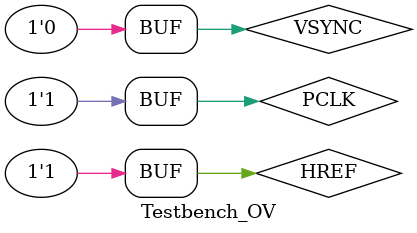
<source format=v>
`timescale 1ns / 1ps


module Testbench_OV();
  
    reg   [7:0]   Data;
    reg           HREF;
    reg           PCLK;
    reg           VSYNC;
  
    wire            CAM_PWDN;
    wire            CAM_RST_N;
    wire            CMOS_ACTIVE_VIDEO;
    wire    [23:0]  CMOS_FRAME_DATA;//capture data out
    
    ov5640_capture_data ov5640_capture_data(
        .cam_pclk(PCLK),
        .cam_vsync(VSYNC),
        .cam_href(HREF),
        .cam_data(Data),
        .cam_rst_n(CAM_RST_N),
        .cam_pwdn(CAM_PWDN),     
        .cmos_active_video(CMOS_ACTIVE_VIDEO),
        .cmos_frame_data(CMOS_FRAME_DATA)  
        );      
  
  initial
  begin
    VSYNC = 0;//¸ù¾ÝÊ±ÐòÍ¼µÃ³öµÄ½á¹û  HSYNC = 1
    HREF = 1;
    PCLK = 1;// Îª0»ò¾ù¿É
    //ºóÃæÓ¦¸Ã»¹ÓÐÍ¼Ïñ±ä»¯µÄ
  end
  
endmodule

</source>
